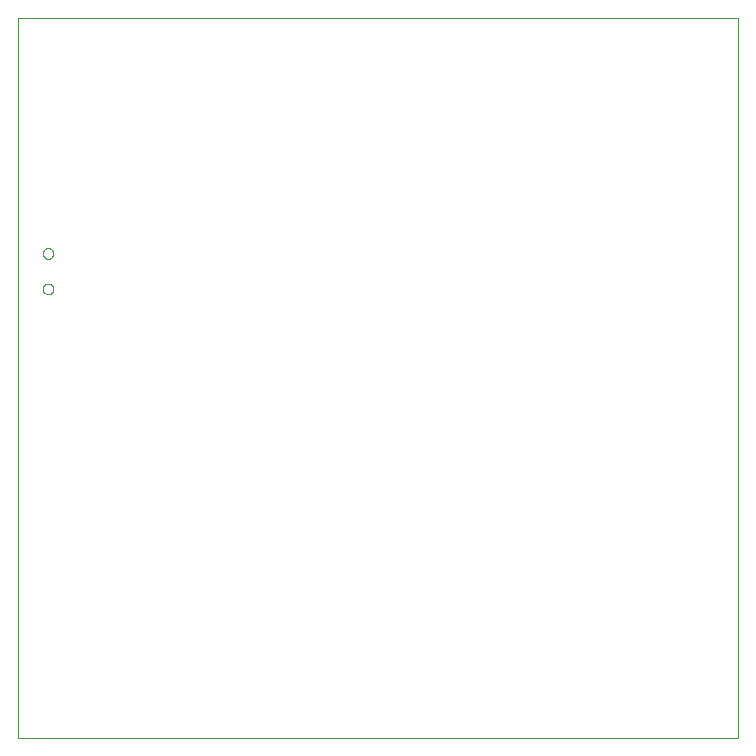
<source format=gko>
G75*
%MOIN*%
%OFA0B0*%
%FSLAX25Y25*%
%IPPOS*%
%LPD*%
%AMOC8*
5,1,8,0,0,1.08239X$1,22.5*
%
%ADD10C,0.00000*%
D10*
X0050500Y0036500D02*
X0050500Y0276500D01*
X0290500Y0276500D01*
X0290500Y0036500D01*
X0050500Y0036500D01*
X0058728Y0186194D02*
X0058730Y0186278D01*
X0058736Y0186361D01*
X0058746Y0186444D01*
X0058760Y0186527D01*
X0058777Y0186609D01*
X0058799Y0186690D01*
X0058824Y0186769D01*
X0058853Y0186848D01*
X0058886Y0186925D01*
X0058922Y0187000D01*
X0058962Y0187074D01*
X0059005Y0187146D01*
X0059052Y0187215D01*
X0059102Y0187282D01*
X0059155Y0187347D01*
X0059211Y0187409D01*
X0059269Y0187469D01*
X0059331Y0187526D01*
X0059395Y0187579D01*
X0059462Y0187630D01*
X0059531Y0187677D01*
X0059602Y0187722D01*
X0059675Y0187762D01*
X0059750Y0187799D01*
X0059827Y0187833D01*
X0059905Y0187863D01*
X0059984Y0187889D01*
X0060065Y0187912D01*
X0060147Y0187930D01*
X0060229Y0187945D01*
X0060312Y0187956D01*
X0060395Y0187963D01*
X0060479Y0187966D01*
X0060563Y0187965D01*
X0060646Y0187960D01*
X0060730Y0187951D01*
X0060812Y0187938D01*
X0060894Y0187922D01*
X0060975Y0187901D01*
X0061056Y0187877D01*
X0061134Y0187849D01*
X0061212Y0187817D01*
X0061288Y0187781D01*
X0061362Y0187742D01*
X0061434Y0187700D01*
X0061504Y0187654D01*
X0061572Y0187605D01*
X0061637Y0187553D01*
X0061700Y0187498D01*
X0061760Y0187440D01*
X0061818Y0187379D01*
X0061872Y0187315D01*
X0061924Y0187249D01*
X0061972Y0187181D01*
X0062017Y0187110D01*
X0062058Y0187037D01*
X0062097Y0186963D01*
X0062131Y0186887D01*
X0062162Y0186809D01*
X0062189Y0186730D01*
X0062213Y0186649D01*
X0062232Y0186568D01*
X0062248Y0186486D01*
X0062260Y0186403D01*
X0062268Y0186319D01*
X0062272Y0186236D01*
X0062272Y0186152D01*
X0062268Y0186069D01*
X0062260Y0185985D01*
X0062248Y0185902D01*
X0062232Y0185820D01*
X0062213Y0185739D01*
X0062189Y0185658D01*
X0062162Y0185579D01*
X0062131Y0185501D01*
X0062097Y0185425D01*
X0062058Y0185351D01*
X0062017Y0185278D01*
X0061972Y0185207D01*
X0061924Y0185139D01*
X0061872Y0185073D01*
X0061818Y0185009D01*
X0061760Y0184948D01*
X0061700Y0184890D01*
X0061637Y0184835D01*
X0061572Y0184783D01*
X0061504Y0184734D01*
X0061434Y0184688D01*
X0061362Y0184646D01*
X0061288Y0184607D01*
X0061212Y0184571D01*
X0061134Y0184539D01*
X0061056Y0184511D01*
X0060975Y0184487D01*
X0060894Y0184466D01*
X0060812Y0184450D01*
X0060730Y0184437D01*
X0060646Y0184428D01*
X0060563Y0184423D01*
X0060479Y0184422D01*
X0060395Y0184425D01*
X0060312Y0184432D01*
X0060229Y0184443D01*
X0060147Y0184458D01*
X0060065Y0184476D01*
X0059984Y0184499D01*
X0059905Y0184525D01*
X0059827Y0184555D01*
X0059750Y0184589D01*
X0059675Y0184626D01*
X0059602Y0184666D01*
X0059531Y0184711D01*
X0059462Y0184758D01*
X0059395Y0184809D01*
X0059331Y0184862D01*
X0059269Y0184919D01*
X0059211Y0184979D01*
X0059155Y0185041D01*
X0059102Y0185106D01*
X0059052Y0185173D01*
X0059005Y0185242D01*
X0058962Y0185314D01*
X0058922Y0185388D01*
X0058886Y0185463D01*
X0058853Y0185540D01*
X0058824Y0185619D01*
X0058799Y0185698D01*
X0058777Y0185779D01*
X0058760Y0185861D01*
X0058746Y0185944D01*
X0058736Y0186027D01*
X0058730Y0186110D01*
X0058728Y0186194D01*
X0058728Y0198006D02*
X0058730Y0198090D01*
X0058736Y0198173D01*
X0058746Y0198256D01*
X0058760Y0198339D01*
X0058777Y0198421D01*
X0058799Y0198502D01*
X0058824Y0198581D01*
X0058853Y0198660D01*
X0058886Y0198737D01*
X0058922Y0198812D01*
X0058962Y0198886D01*
X0059005Y0198958D01*
X0059052Y0199027D01*
X0059102Y0199094D01*
X0059155Y0199159D01*
X0059211Y0199221D01*
X0059269Y0199281D01*
X0059331Y0199338D01*
X0059395Y0199391D01*
X0059462Y0199442D01*
X0059531Y0199489D01*
X0059602Y0199534D01*
X0059675Y0199574D01*
X0059750Y0199611D01*
X0059827Y0199645D01*
X0059905Y0199675D01*
X0059984Y0199701D01*
X0060065Y0199724D01*
X0060147Y0199742D01*
X0060229Y0199757D01*
X0060312Y0199768D01*
X0060395Y0199775D01*
X0060479Y0199778D01*
X0060563Y0199777D01*
X0060646Y0199772D01*
X0060730Y0199763D01*
X0060812Y0199750D01*
X0060894Y0199734D01*
X0060975Y0199713D01*
X0061056Y0199689D01*
X0061134Y0199661D01*
X0061212Y0199629D01*
X0061288Y0199593D01*
X0061362Y0199554D01*
X0061434Y0199512D01*
X0061504Y0199466D01*
X0061572Y0199417D01*
X0061637Y0199365D01*
X0061700Y0199310D01*
X0061760Y0199252D01*
X0061818Y0199191D01*
X0061872Y0199127D01*
X0061924Y0199061D01*
X0061972Y0198993D01*
X0062017Y0198922D01*
X0062058Y0198849D01*
X0062097Y0198775D01*
X0062131Y0198699D01*
X0062162Y0198621D01*
X0062189Y0198542D01*
X0062213Y0198461D01*
X0062232Y0198380D01*
X0062248Y0198298D01*
X0062260Y0198215D01*
X0062268Y0198131D01*
X0062272Y0198048D01*
X0062272Y0197964D01*
X0062268Y0197881D01*
X0062260Y0197797D01*
X0062248Y0197714D01*
X0062232Y0197632D01*
X0062213Y0197551D01*
X0062189Y0197470D01*
X0062162Y0197391D01*
X0062131Y0197313D01*
X0062097Y0197237D01*
X0062058Y0197163D01*
X0062017Y0197090D01*
X0061972Y0197019D01*
X0061924Y0196951D01*
X0061872Y0196885D01*
X0061818Y0196821D01*
X0061760Y0196760D01*
X0061700Y0196702D01*
X0061637Y0196647D01*
X0061572Y0196595D01*
X0061504Y0196546D01*
X0061434Y0196500D01*
X0061362Y0196458D01*
X0061288Y0196419D01*
X0061212Y0196383D01*
X0061134Y0196351D01*
X0061056Y0196323D01*
X0060975Y0196299D01*
X0060894Y0196278D01*
X0060812Y0196262D01*
X0060730Y0196249D01*
X0060646Y0196240D01*
X0060563Y0196235D01*
X0060479Y0196234D01*
X0060395Y0196237D01*
X0060312Y0196244D01*
X0060229Y0196255D01*
X0060147Y0196270D01*
X0060065Y0196288D01*
X0059984Y0196311D01*
X0059905Y0196337D01*
X0059827Y0196367D01*
X0059750Y0196401D01*
X0059675Y0196438D01*
X0059602Y0196478D01*
X0059531Y0196523D01*
X0059462Y0196570D01*
X0059395Y0196621D01*
X0059331Y0196674D01*
X0059269Y0196731D01*
X0059211Y0196791D01*
X0059155Y0196853D01*
X0059102Y0196918D01*
X0059052Y0196985D01*
X0059005Y0197054D01*
X0058962Y0197126D01*
X0058922Y0197200D01*
X0058886Y0197275D01*
X0058853Y0197352D01*
X0058824Y0197431D01*
X0058799Y0197510D01*
X0058777Y0197591D01*
X0058760Y0197673D01*
X0058746Y0197756D01*
X0058736Y0197839D01*
X0058730Y0197922D01*
X0058728Y0198006D01*
M02*

</source>
